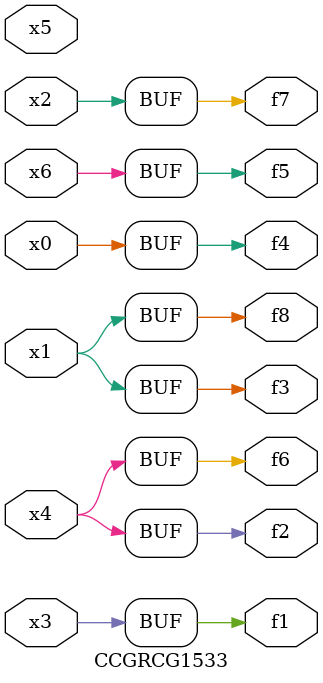
<source format=v>
module CCGRCG1533(
	input x0, x1, x2, x3, x4, x5, x6,
	output f1, f2, f3, f4, f5, f6, f7, f8
);
	assign f1 = x3;
	assign f2 = x4;
	assign f3 = x1;
	assign f4 = x0;
	assign f5 = x6;
	assign f6 = x4;
	assign f7 = x2;
	assign f8 = x1;
endmodule

</source>
